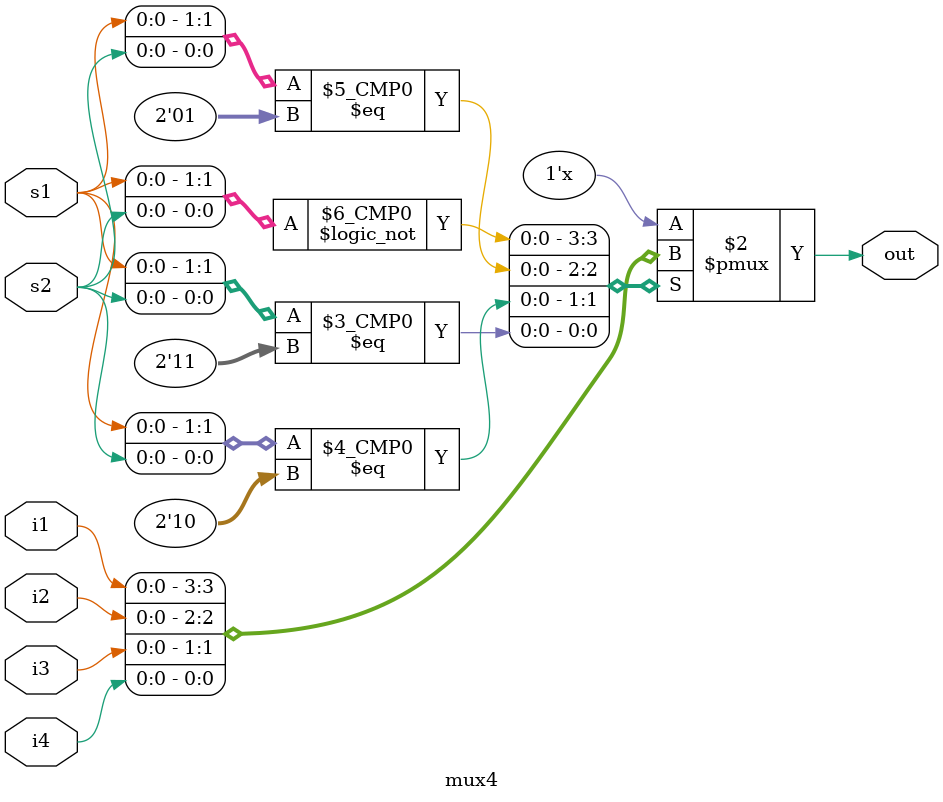
<source format=v>
module mux4(input i1,
			input i2,
			input i3,
			input i4,
			input s1,
			input s2,

			output reg out
			);

always @(*) begin
	case({s1,s2})
		2'b00: out <= i1;
		2'b01: out <= i2;
		2'b10: out <= i3;
		2'b11: out <= i4;
	endcase
end
endmodule
</source>
